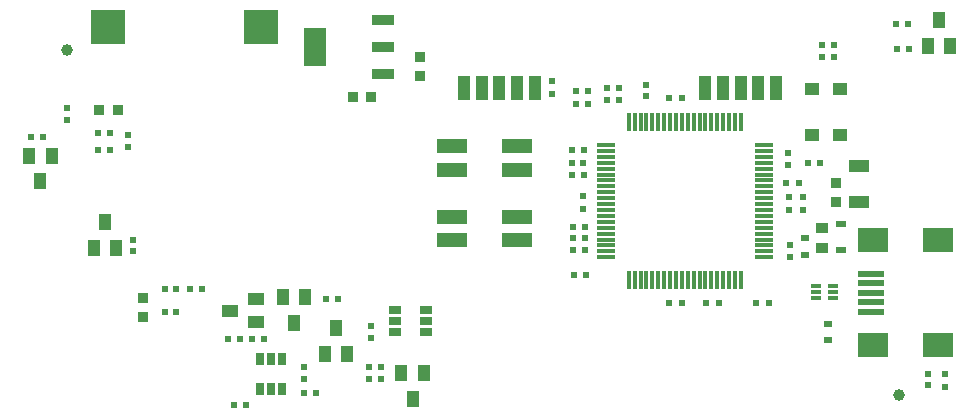
<source format=gbp>
G04*
G04 #@! TF.GenerationSoftware,Altium Limited,Altium Designer,18.0.9 (584)*
G04*
G04 Layer_Color=128*
%FSLAX44Y44*%
%MOMM*%
G71*
G01*
G75*
%ADD20R,1.0190X2.0000*%
%ADD22R,0.9000X0.9000*%
%ADD23R,0.6000X0.6000*%
%ADD24R,0.6000X0.6000*%
%ADD25R,0.9000X0.9000*%
%ADD37R,1.4000X1.0000*%
%ADD38R,0.5000X0.6000*%
%ADD40R,0.6000X0.5000*%
%ADD44R,0.7000X1.0000*%
%ADD45R,1.0000X0.7000*%
%ADD48C,1.0000*%
%ADD49R,1.0000X1.4000*%
%ADD104R,0.8300X0.6300*%
%ADD105R,1.7000X1.0000*%
%ADD106R,0.8000X0.6000*%
%ADD107R,1.0000X0.9000*%
%ADD108R,1.5000X0.3000*%
%ADD109R,0.3000X1.5000*%
%ADD110R,3.0000X3.0000*%
%ADD111R,2.5000X2.0000*%
%ADD112R,2.3000X0.5000*%
%ADD113R,0.8500X0.3000*%
%ADD114R,1.9000X3.2500*%
%ADD115R,1.9000X0.9500*%
%ADD116R,1.2500X1.1000*%
%ADD117R,2.5000X1.2000*%
D20*
X480559Y278892D02*
D03*
X465559D02*
D03*
X450559D02*
D03*
X435559D02*
D03*
X420559D02*
D03*
X624761Y279500D02*
D03*
X639761D02*
D03*
X654761D02*
D03*
X669761D02*
D03*
X684761D02*
D03*
D22*
X127508Y260350D02*
D03*
X111508D02*
D03*
X342138Y271780D02*
D03*
X326138D02*
D03*
D23*
X605028Y97028D02*
D03*
X594028D02*
D03*
X625219Y97308D02*
D03*
X636218D02*
D03*
X594250Y270500D02*
D03*
X605250D02*
D03*
X678434Y97282D02*
D03*
X667434D02*
D03*
X704000Y198500D02*
D03*
X693000D02*
D03*
D24*
X521050Y187300D02*
D03*
Y176300D02*
D03*
X707250Y186750D02*
D03*
Y175750D02*
D03*
X695750Y186750D02*
D03*
Y175750D02*
D03*
X828185Y26250D02*
D03*
Y37250D02*
D03*
X495046Y284812D02*
D03*
Y273812D02*
D03*
D25*
X149098Y85090D02*
D03*
Y101090D02*
D03*
X735750Y182500D02*
D03*
Y198500D02*
D03*
X382980Y305078D02*
D03*
Y289078D02*
D03*
D37*
X244550Y81050D02*
D03*
Y100050D02*
D03*
X222550Y90550D02*
D03*
D38*
X177000Y108500D02*
D03*
X167000D02*
D03*
X64050Y237770D02*
D03*
X54050D02*
D03*
X796300Y333050D02*
D03*
X786300D02*
D03*
X787050Y312300D02*
D03*
X797050D02*
D03*
X511758Y226594D02*
D03*
X521758D02*
D03*
X511664Y215926D02*
D03*
X521664D02*
D03*
X511758Y205512D02*
D03*
X521758D02*
D03*
X513198Y142022D02*
D03*
X523198D02*
D03*
X512948Y151772D02*
D03*
X522948D02*
D03*
X512948Y161022D02*
D03*
X522948D02*
D03*
X121050Y241300D02*
D03*
X111050D02*
D03*
X121050Y226550D02*
D03*
X111050D02*
D03*
X515500Y265250D02*
D03*
X525500D02*
D03*
X515500Y276250D02*
D03*
X525500D02*
D03*
X523588Y120650D02*
D03*
X513588D02*
D03*
X198750Y108500D02*
D03*
X188750D02*
D03*
X177000Y89250D02*
D03*
X167000D02*
D03*
X285300Y20800D02*
D03*
X295300D02*
D03*
X226050Y10300D02*
D03*
X236050D02*
D03*
X303550Y100550D02*
D03*
X313550D02*
D03*
X241300Y66300D02*
D03*
X251300D02*
D03*
X230550D02*
D03*
X220550D02*
D03*
X350455Y43180D02*
D03*
X340455D02*
D03*
X350455Y32512D02*
D03*
X340455D02*
D03*
X721708Y215900D02*
D03*
X711708D02*
D03*
D40*
X84300Y251800D02*
D03*
Y261800D02*
D03*
X723935Y305750D02*
D03*
Y315750D02*
D03*
X551890Y279172D02*
D03*
Y269172D02*
D03*
X541476Y279172D02*
D03*
Y269172D02*
D03*
X136050Y239050D02*
D03*
Y229050D02*
D03*
X574750Y272000D02*
D03*
Y282000D02*
D03*
X696500Y135750D02*
D03*
Y145750D02*
D03*
X694500Y224000D02*
D03*
Y214000D02*
D03*
X733935Y315750D02*
D03*
Y305750D02*
D03*
X139902Y150742D02*
D03*
Y140742D02*
D03*
X813764Y27204D02*
D03*
Y37204D02*
D03*
X342000Y67500D02*
D03*
Y77500D02*
D03*
X285300Y43050D02*
D03*
Y33050D02*
D03*
D44*
X266800Y50050D02*
D03*
X247800D02*
D03*
X257300D02*
D03*
X247800Y24050D02*
D03*
X257300D02*
D03*
X266800D02*
D03*
D45*
X362152Y72314D02*
D03*
Y81814D02*
D03*
Y91314D02*
D03*
X388152Y81814D02*
D03*
Y91314D02*
D03*
Y72314D02*
D03*
D48*
X789198Y19522D02*
D03*
X84022Y311430D02*
D03*
D49*
X71424Y221924D02*
D03*
X52424D02*
D03*
X61924Y199924D02*
D03*
X813300Y314550D02*
D03*
X832300D02*
D03*
X822800Y336550D02*
D03*
X107050Y143300D02*
D03*
X126050D02*
D03*
X116550Y165300D02*
D03*
X386550Y38050D02*
D03*
X367550D02*
D03*
X377050Y16050D02*
D03*
X302550Y53550D02*
D03*
X321550D02*
D03*
X312050Y75550D02*
D03*
X286308Y102058D02*
D03*
X267308D02*
D03*
X276808Y80058D02*
D03*
D104*
X739750Y141750D02*
D03*
Y164050D02*
D03*
D105*
X755142Y182866D02*
D03*
Y212866D02*
D03*
D106*
X709000Y152000D02*
D03*
Y138000D02*
D03*
X728980Y79532D02*
D03*
Y65532D02*
D03*
D107*
X723750Y160750D02*
D03*
Y143750D02*
D03*
D108*
X674460Y230808D02*
D03*
Y225808D02*
D03*
Y215808D02*
D03*
Y220808D02*
D03*
Y200808D02*
D03*
Y195808D02*
D03*
Y205808D02*
D03*
Y210808D02*
D03*
Y170808D02*
D03*
Y165808D02*
D03*
Y155808D02*
D03*
Y160808D02*
D03*
Y180808D02*
D03*
Y175808D02*
D03*
Y185808D02*
D03*
Y190808D02*
D03*
Y140808D02*
D03*
Y135808D02*
D03*
Y145808D02*
D03*
Y150808D02*
D03*
X540460D02*
D03*
Y145808D02*
D03*
Y135808D02*
D03*
Y140808D02*
D03*
Y190808D02*
D03*
Y185808D02*
D03*
Y175808D02*
D03*
Y180808D02*
D03*
Y160808D02*
D03*
Y155808D02*
D03*
Y165808D02*
D03*
Y170808D02*
D03*
Y210808D02*
D03*
Y205808D02*
D03*
Y195808D02*
D03*
Y200808D02*
D03*
Y220808D02*
D03*
Y215808D02*
D03*
Y225808D02*
D03*
Y230808D02*
D03*
D109*
X574961Y250308D02*
D03*
X569961D02*
D03*
X559961D02*
D03*
X564961D02*
D03*
X614961D02*
D03*
X609961D02*
D03*
X599961D02*
D03*
X604961D02*
D03*
X584961D02*
D03*
X579961D02*
D03*
X589961D02*
D03*
X594961D02*
D03*
X634961D02*
D03*
X629961D02*
D03*
X619961D02*
D03*
X624961D02*
D03*
X644960D02*
D03*
X639961D02*
D03*
X649960D02*
D03*
X654960D02*
D03*
X574961Y116308D02*
D03*
X569961D02*
D03*
X559961D02*
D03*
X564961D02*
D03*
X614961D02*
D03*
X609961D02*
D03*
X599961D02*
D03*
X604961D02*
D03*
X584961D02*
D03*
X579961D02*
D03*
X589961D02*
D03*
X594961D02*
D03*
X634961D02*
D03*
X629961D02*
D03*
X619961D02*
D03*
X624961D02*
D03*
X644960D02*
D03*
X639961D02*
D03*
X649960D02*
D03*
X654960D02*
D03*
D110*
X249050Y330550D02*
D03*
X119050Y330550D02*
D03*
D111*
X821448Y61072D02*
D03*
X766449D02*
D03*
X821448Y150072D02*
D03*
X766449D02*
D03*
D112*
X765449Y105572D02*
D03*
Y97572D02*
D03*
Y89572D02*
D03*
Y113572D02*
D03*
Y121572D02*
D03*
D113*
X733320Y101092D02*
D03*
Y106092D02*
D03*
Y111092D02*
D03*
X718820D02*
D03*
Y106092D02*
D03*
Y101092D02*
D03*
D114*
X294300Y314050D02*
D03*
D115*
X352300Y291050D02*
D03*
Y314050D02*
D03*
Y337050D02*
D03*
D116*
X715050Y278550D02*
D03*
X738550D02*
D03*
X715050Y239550D02*
D03*
X738550D02*
D03*
D117*
X465548Y230052D02*
D03*
Y210052D02*
D03*
Y150052D02*
D03*
Y170052D02*
D03*
X410548D02*
D03*
Y150052D02*
D03*
Y210052D02*
D03*
Y230052D02*
D03*
M02*

</source>
